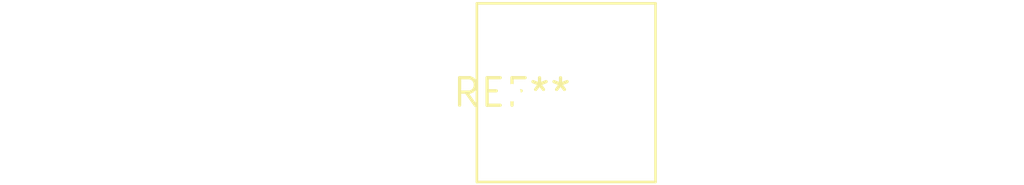
<source format=kicad_pcb>
(kicad_pcb (version 20240108) (generator pcbnew)
  (layers (0 "F.Cu" signal) (31 "B.Cu" signal) (34 "B.Paste" user) (35 "F.Paste" user) (36 "B.SilkS" user "B.Silkscreen") (37 "F.SilkS" user "F.Silkscreen") (38 "B.Mask" user) (39 "F.Mask" user) (44 "Edge.Cuts" user))
  (net 0 "")
  (footprint "L_Radial_L8.0mm_W8.0mm_P5.00mm_Neosid_SD8" (layer "F.Cu") (at 0 0)
    (property "Reference" "REF**")
    (property "Value" "L_Radial_L8.0mm_W8.0mm_P5.00mm_Neosid_SD8")
    (fp_line (start -1.62 -4.12) (end -1.62 4.12) (layer "F.SilkS") (stroke (width 0.12)))
    (fp_line (start -1.62 -4.12) (end 6.62 -4.12) (layer "F.SilkS") (stroke (width 0.12)))
    (fp_line (start -1.62 4.12) (end 6.62 4.12) (layer "F.SilkS") (stroke (width 0.12)))
    (fp_line (start 6.62 -4.12) (end 6.62 4.12) (layer "F.SilkS") (stroke (width 0.12)))
    (pad "1" thru_hole circle (at 0 0) (size 1.6 1.6) (drill 0.8) (layers *.Cu *.Mask) (remove_unused_layers))
    (pad "2" thru_hole circle (at 5 0) (size 1.6 1.6) (drill 0.8) (layers *.Cu *.Mask) (remove_unused_layers))
  )
)
</source>
